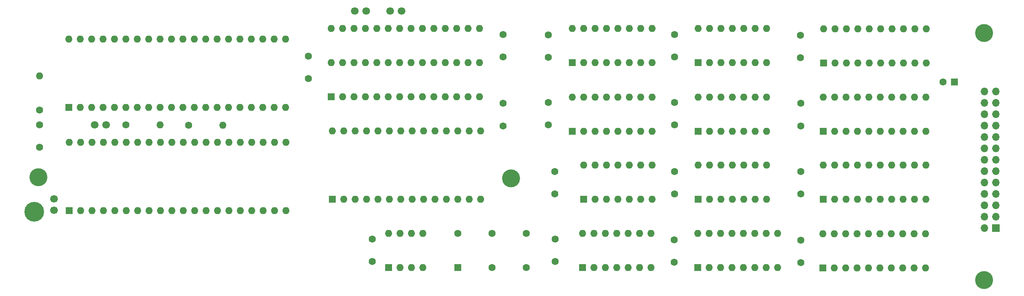
<source format=gbr>
%TF.GenerationSoftware,KiCad,Pcbnew,8.0.9*%
%TF.CreationDate,2025-03-09T10:14:33-06:00*%
%TF.ProjectId,lt-option-clone,6c742d6f-7074-4696-9f6e-2d636c6f6e65,rev?*%
%TF.SameCoordinates,Original*%
%TF.FileFunction,Soldermask,Bot*%
%TF.FilePolarity,Negative*%
%FSLAX46Y46*%
G04 Gerber Fmt 4.6, Leading zero omitted, Abs format (unit mm)*
G04 Created by KiCad (PCBNEW 8.0.9) date 2025-03-09 10:14:33*
%MOMM*%
%LPD*%
G01*
G04 APERTURE LIST*
%ADD10R,1.600000X1.600000*%
%ADD11O,1.600000X1.600000*%
%ADD12C,1.600000*%
%ADD13C,4.400000*%
%ADD14C,4.000000*%
%ADD15C,1.700000*%
%ADD16R,1.700000X1.700000*%
%ADD17O,1.700000X1.700000*%
G04 APERTURE END LIST*
D10*
%TO.C,U4*%
X104840000Y-74040000D03*
D11*
X107380000Y-74040000D03*
X109920000Y-74040000D03*
X112460000Y-74040000D03*
X115000000Y-74040000D03*
X117540000Y-74040000D03*
X120080000Y-74040000D03*
X122620000Y-74040000D03*
X125160000Y-74040000D03*
X127700000Y-74040000D03*
X130240000Y-74040000D03*
X132780000Y-74040000D03*
X135320000Y-74040000D03*
X137860000Y-74040000D03*
X137860600Y-66412200D03*
X137860000Y-58800000D03*
X135320600Y-66412200D03*
X135320000Y-58800000D03*
X132780600Y-66412200D03*
X132780000Y-58800000D03*
X130240600Y-66412200D03*
X130240000Y-58800000D03*
X127700600Y-66412200D03*
X127700000Y-58800000D03*
X125160600Y-66412200D03*
X125160000Y-58800000D03*
X122620600Y-66412200D03*
X122620000Y-58800000D03*
X120080600Y-66412200D03*
X120080000Y-58800000D03*
X117540600Y-66412200D03*
X117540000Y-58800000D03*
X115000600Y-66412200D03*
X115000000Y-58800000D03*
X112460600Y-66412200D03*
X112460000Y-58800000D03*
X109920600Y-66412200D03*
X109920000Y-58800000D03*
X107380600Y-66412200D03*
X107380000Y-58800000D03*
X104840600Y-66412200D03*
X104840000Y-58800000D03*
%TD*%
D10*
%TO.C,U16*%
X158500000Y-66400000D03*
D11*
X161040000Y-66400000D03*
X163580000Y-66400000D03*
X166120000Y-66400000D03*
X168660000Y-66400000D03*
X171200000Y-66400000D03*
X173740000Y-66400000D03*
X176280000Y-66400000D03*
X176280000Y-58780000D03*
X173740000Y-58780000D03*
X171200000Y-58780000D03*
X168660000Y-58780000D03*
X166120000Y-58780000D03*
X163580000Y-58780000D03*
X161040000Y-58780000D03*
X158500000Y-58780000D03*
%TD*%
D12*
%TO.C,C17*%
X209300000Y-60300000D03*
X209300000Y-65300000D03*
%TD*%
%TO.C,C2*%
X99700000Y-65000000D03*
X99700000Y-70000000D03*
%TD*%
%TO.C,C8*%
X153200000Y-75300000D03*
X153200000Y-80300000D03*
%TD*%
%TO.C,R2*%
X59055000Y-80300000D03*
D11*
X66675000Y-80300000D03*
%TD*%
D10*
%TO.C,U17*%
X133000000Y-112100000D03*
D12*
X140620000Y-112100000D03*
X148240000Y-112100000D03*
X140620000Y-104480000D03*
X148240000Y-104480000D03*
X133000000Y-104480000D03*
%TD*%
D13*
%TO.C,REF\u002A\u002A*%
X38700000Y-99700000D03*
%TD*%
D12*
%TO.C,C1*%
X39900000Y-80300000D03*
X39900000Y-85300000D03*
%TD*%
%TO.C,C9*%
X153200000Y-60200000D03*
X153200000Y-65200000D03*
%TD*%
D10*
%TO.C,U15*%
X186500000Y-81700000D03*
D11*
X189040000Y-81700000D03*
X191580000Y-81700000D03*
X194120000Y-81700000D03*
X196660000Y-81700000D03*
X199200000Y-81700000D03*
X201740000Y-81700000D03*
X201740000Y-74080000D03*
X199200000Y-74080000D03*
X196660000Y-74080000D03*
X194120000Y-74080000D03*
X191580000Y-74080000D03*
X189040000Y-74080000D03*
X186500000Y-74080000D03*
%TD*%
D12*
%TO.C,C4*%
X143100000Y-75500000D03*
X143100000Y-80500000D03*
%TD*%
D10*
%TO.C,U12*%
X186500000Y-96900000D03*
D11*
X189040000Y-96900000D03*
X191580000Y-96900000D03*
X194120000Y-96900000D03*
X196660000Y-96900000D03*
X199200000Y-96900000D03*
X201740000Y-96900000D03*
X201740000Y-89280000D03*
X199200000Y-89280000D03*
X196660000Y-89280000D03*
X194120000Y-89280000D03*
X191580000Y-89280000D03*
X189040000Y-89280000D03*
X186500000Y-89280000D03*
%TD*%
D14*
%TO.C,REF\u002A\u002A*%
X39600000Y-92000000D03*
%TD*%
D12*
%TO.C,C14*%
X209400000Y-106000000D03*
X209400000Y-111000000D03*
%TD*%
D15*
%TO.C,JP3*%
X43053000Y-96769000D03*
X43053000Y-99309000D03*
%TD*%
D12*
%TO.C,C3*%
X114000000Y-105800000D03*
X114000000Y-110800000D03*
%TD*%
D10*
%TO.C,U7*%
X214400000Y-96900000D03*
D11*
X216940000Y-96900000D03*
X219480000Y-96900000D03*
X222020000Y-96900000D03*
X224560000Y-96900000D03*
X227100000Y-96900000D03*
X229640000Y-96900000D03*
X232180000Y-96900000D03*
X234720000Y-96900000D03*
X237260000Y-96900000D03*
X237260000Y-89280000D03*
X234720000Y-89280000D03*
X232180000Y-89280000D03*
X229640000Y-89280000D03*
X227100000Y-89280000D03*
X224560000Y-89280000D03*
X222020000Y-89280000D03*
X219480000Y-89280000D03*
X216940000Y-89280000D03*
X214400000Y-89280000D03*
%TD*%
D12*
%TO.C,C10*%
X181200000Y-105900000D03*
X181200000Y-110900000D03*
%TD*%
%TO.C,C12*%
X181300000Y-75300000D03*
X181300000Y-80300000D03*
%TD*%
D10*
%TO.C,U14*%
X160800000Y-112100000D03*
D11*
X163340000Y-112100000D03*
X165880000Y-112100000D03*
X168420000Y-112100000D03*
X170960000Y-112100000D03*
X173500000Y-112100000D03*
X176040000Y-112100000D03*
X176040000Y-104480000D03*
X173500000Y-104480000D03*
X170960000Y-104480000D03*
X168420000Y-104480000D03*
X165880000Y-104480000D03*
X163340000Y-104480000D03*
X160800000Y-104480000D03*
%TD*%
D15*
%TO.C,JP4*%
X52192000Y-80264000D03*
X54732000Y-80264000D03*
%TD*%
D10*
%TO.C,U13*%
X161000000Y-96900000D03*
D11*
X163540000Y-96900000D03*
X166080000Y-96900000D03*
X168620000Y-96900000D03*
X171160000Y-96900000D03*
X173700000Y-96900000D03*
X176240000Y-96900000D03*
X176240000Y-89280000D03*
X173700000Y-89280000D03*
X171160000Y-89280000D03*
X168620000Y-89280000D03*
X166080000Y-89280000D03*
X163540000Y-89280000D03*
X161000000Y-89280000D03*
%TD*%
D12*
%TO.C,C13*%
X181300000Y-60100000D03*
X181300000Y-65100000D03*
%TD*%
%TO.C,C7*%
X154600000Y-90700000D03*
X154600000Y-95700000D03*
%TD*%
D10*
%TO.C,U18*%
X117600000Y-112100000D03*
D11*
X120140000Y-112100000D03*
X122680000Y-112100000D03*
X125220000Y-112100000D03*
X125220000Y-104480000D03*
X122680000Y-104480000D03*
X120140000Y-104480000D03*
X117600000Y-104480000D03*
%TD*%
D10*
%TO.C,U8*%
X214300000Y-112200000D03*
D11*
X216840000Y-112200000D03*
X219380000Y-112200000D03*
X221920000Y-112200000D03*
X224460000Y-112200000D03*
X227000000Y-112200000D03*
X229540000Y-112200000D03*
X232080000Y-112200000D03*
X234620000Y-112200000D03*
X237160000Y-112200000D03*
X237160000Y-104580000D03*
X234620000Y-104580000D03*
X232080000Y-104580000D03*
X229540000Y-104580000D03*
X227000000Y-104580000D03*
X224460000Y-104580000D03*
X221920000Y-104580000D03*
X219380000Y-104580000D03*
X216840000Y-104580000D03*
X214300000Y-104580000D03*
%TD*%
D10*
%TO.C,C18*%
X243582380Y-70700000D03*
D12*
X241082380Y-70700000D03*
%TD*%
D10*
%TO.C,U1*%
X46500000Y-99400000D03*
D11*
X49040000Y-99400000D03*
X51580000Y-99400000D03*
X54120000Y-99400000D03*
X56660000Y-99400000D03*
X59200000Y-99400000D03*
X61740000Y-99400000D03*
X64280000Y-99400000D03*
X66820000Y-99400000D03*
X69360000Y-99400000D03*
X71900000Y-99400000D03*
X74440000Y-99400000D03*
X76980000Y-99400000D03*
X79520000Y-99400000D03*
X82060000Y-99400000D03*
X84600000Y-99400000D03*
X87140000Y-99400000D03*
X89680000Y-99400000D03*
X92220000Y-99400000D03*
X94760000Y-99400000D03*
X94760000Y-84160000D03*
X92220000Y-84160000D03*
X89680000Y-84160000D03*
X87140000Y-84160000D03*
X84600000Y-84160000D03*
X82060000Y-84160000D03*
X79520000Y-84160000D03*
X76980000Y-84160000D03*
X74440000Y-84160000D03*
X71900000Y-84160000D03*
X69360000Y-84160000D03*
X66820000Y-84160000D03*
X64280000Y-84160000D03*
X61740000Y-84160000D03*
X59200000Y-84160000D03*
X56660000Y-84160000D03*
X54120000Y-84160000D03*
X51580000Y-84160000D03*
X49040000Y-84160000D03*
X46500000Y-84160000D03*
%TD*%
D12*
%TO.C,R1*%
X73100000Y-80400000D03*
D11*
X80720000Y-80400000D03*
%TD*%
D12*
%TO.C,R3*%
X39878000Y-76962000D03*
D11*
X39878000Y-69342000D03*
%TD*%
D12*
%TO.C,C11*%
X181300000Y-90700000D03*
X181300000Y-95700000D03*
%TD*%
D14*
%TO.C,REF\u002A\u002A*%
X250200000Y-114900000D03*
%TD*%
D12*
%TO.C,C16*%
X209400000Y-75500000D03*
X209400000Y-80500000D03*
%TD*%
D10*
%TO.C,U2*%
X46400000Y-76400000D03*
D11*
X48940000Y-76400000D03*
X51480000Y-76400000D03*
X54020000Y-76400000D03*
X56560000Y-76400000D03*
X59100000Y-76400000D03*
X61640000Y-76400000D03*
X64180000Y-76400000D03*
X66720000Y-76400000D03*
X69260000Y-76400000D03*
X71800000Y-76400000D03*
X74340000Y-76400000D03*
X76880000Y-76400000D03*
X79420000Y-76400000D03*
X81960000Y-76400000D03*
X84500000Y-76400000D03*
X87040000Y-76400000D03*
X89580000Y-76400000D03*
X92120000Y-76400000D03*
X94660000Y-76400000D03*
X94660000Y-61160000D03*
X92120000Y-61160000D03*
X89580000Y-61160000D03*
X87040000Y-61160000D03*
X84500000Y-61160000D03*
X81960000Y-61160000D03*
X79420000Y-61160000D03*
X76880000Y-61160000D03*
X74340000Y-61160000D03*
X71800000Y-61160000D03*
X69260000Y-61160000D03*
X66720000Y-61160000D03*
X64180000Y-61160000D03*
X61640000Y-61160000D03*
X59100000Y-61160000D03*
X56560000Y-61160000D03*
X54020000Y-61160000D03*
X51480000Y-61160000D03*
X48940000Y-61160000D03*
X46400000Y-61160000D03*
%TD*%
D10*
%TO.C,U10*%
X186400000Y-112100000D03*
D11*
X188940000Y-112100000D03*
X191480000Y-112100000D03*
X194020000Y-112100000D03*
X196560000Y-112100000D03*
X199100000Y-112100000D03*
X201640000Y-112100000D03*
X204180000Y-112100000D03*
X204180000Y-104480000D03*
X201640000Y-104480000D03*
X199100000Y-104480000D03*
X196560000Y-104480000D03*
X194020000Y-104480000D03*
X191480000Y-104480000D03*
X188940000Y-104480000D03*
X186400000Y-104480000D03*
%TD*%
D10*
%TO.C,U3*%
X105100000Y-96900000D03*
D11*
X107640000Y-96900000D03*
X110180000Y-96900000D03*
X112720000Y-96900000D03*
X115260000Y-96900000D03*
X117800000Y-96900000D03*
X120340000Y-96900000D03*
X122880000Y-96900000D03*
X125420000Y-96900000D03*
X127960000Y-96900000D03*
X130500000Y-96900000D03*
X133040000Y-96900000D03*
X135580000Y-96900000D03*
X138120000Y-96900000D03*
X138120000Y-81660000D03*
X135580000Y-81660000D03*
X133040000Y-81660000D03*
X130500000Y-81660000D03*
X127960000Y-81660000D03*
X125420000Y-81660000D03*
X122880000Y-81660000D03*
X120340000Y-81660000D03*
X117800000Y-81660000D03*
X115260000Y-81660000D03*
X112720000Y-81660000D03*
X110180000Y-81660000D03*
X107640000Y-81660000D03*
X105100000Y-81660000D03*
%TD*%
D10*
%TO.C,U6*%
X214500000Y-66500000D03*
D11*
X217040000Y-66500000D03*
X219580000Y-66500000D03*
X222120000Y-66500000D03*
X224660000Y-66500000D03*
X227200000Y-66500000D03*
X229740000Y-66500000D03*
X232280000Y-66500000D03*
X234820000Y-66500000D03*
X237360000Y-66500000D03*
X237360000Y-58880000D03*
X234820000Y-58880000D03*
X232280000Y-58880000D03*
X229740000Y-58880000D03*
X227200000Y-58880000D03*
X224660000Y-58880000D03*
X222120000Y-58880000D03*
X219580000Y-58880000D03*
X217040000Y-58880000D03*
X214500000Y-58880000D03*
%TD*%
D15*
%TO.C,JP1*%
X110104000Y-54864000D03*
X112644000Y-54864000D03*
%TD*%
D12*
%TO.C,C6*%
X154700000Y-105800000D03*
X154700000Y-110800000D03*
%TD*%
D14*
%TO.C,REF\u002A\u002A*%
X250200000Y-59800000D03*
%TD*%
D12*
%TO.C,C5*%
X143100000Y-60100000D03*
X143100000Y-65100000D03*
%TD*%
D14*
%TO.C,REF\u002A\u002A*%
X144900000Y-92200000D03*
%TD*%
D10*
%TO.C,U5*%
X214400000Y-81700000D03*
D11*
X216940000Y-81700000D03*
X219480000Y-81700000D03*
X222020000Y-81700000D03*
X224560000Y-81700000D03*
X227100000Y-81700000D03*
X229640000Y-81700000D03*
X232180000Y-81700000D03*
X234720000Y-81700000D03*
X237260000Y-81700000D03*
X237260000Y-74080000D03*
X234720000Y-74080000D03*
X232180000Y-74080000D03*
X229640000Y-74080000D03*
X227100000Y-74080000D03*
X224560000Y-74080000D03*
X222020000Y-74080000D03*
X219480000Y-74080000D03*
X216940000Y-74080000D03*
X214400000Y-74080000D03*
%TD*%
D15*
%TO.C,JP2*%
X117978000Y-54864000D03*
X120518000Y-54864000D03*
%TD*%
D10*
%TO.C,U11*%
X186500000Y-66400000D03*
D11*
X189040000Y-66400000D03*
X191580000Y-66400000D03*
X194120000Y-66400000D03*
X196660000Y-66400000D03*
X199200000Y-66400000D03*
X201740000Y-66400000D03*
X201740000Y-58780000D03*
X199200000Y-58780000D03*
X196660000Y-58780000D03*
X194120000Y-58780000D03*
X191580000Y-58780000D03*
X189040000Y-58780000D03*
X186500000Y-58780000D03*
%TD*%
D12*
%TO.C,C15*%
X209400000Y-90700000D03*
X209400000Y-95700000D03*
%TD*%
D10*
%TO.C,U9*%
X158500000Y-81700000D03*
D11*
X161040000Y-81700000D03*
X163580000Y-81700000D03*
X166120000Y-81700000D03*
X168660000Y-81700000D03*
X171200000Y-81700000D03*
X173740000Y-81700000D03*
X176280000Y-81700000D03*
X176280000Y-74080000D03*
X173740000Y-74080000D03*
X171200000Y-74080000D03*
X168660000Y-74080000D03*
X166120000Y-74080000D03*
X163580000Y-74080000D03*
X161040000Y-74080000D03*
X158500000Y-74080000D03*
%TD*%
D16*
%TO.C,P1*%
X252800000Y-103300000D03*
D17*
X250260000Y-103300000D03*
X252800000Y-100760000D03*
X250260000Y-100760000D03*
X252800000Y-98220000D03*
X250260000Y-98220000D03*
X252800000Y-95680000D03*
X250260000Y-95680000D03*
X252800000Y-93140000D03*
X250260000Y-93140000D03*
X252800000Y-90600000D03*
X250260000Y-90600000D03*
X252800000Y-88060000D03*
X250260000Y-88060000D03*
X252800000Y-85520000D03*
X250260000Y-85520000D03*
X252800000Y-82980000D03*
X250260000Y-82980000D03*
X252800000Y-80440000D03*
X250260000Y-80440000D03*
X252800000Y-77900000D03*
X250260000Y-77900000D03*
X252800000Y-75360000D03*
X250260000Y-75360000D03*
X252800000Y-72820000D03*
X250260000Y-72820000D03*
%TD*%
M02*

</source>
